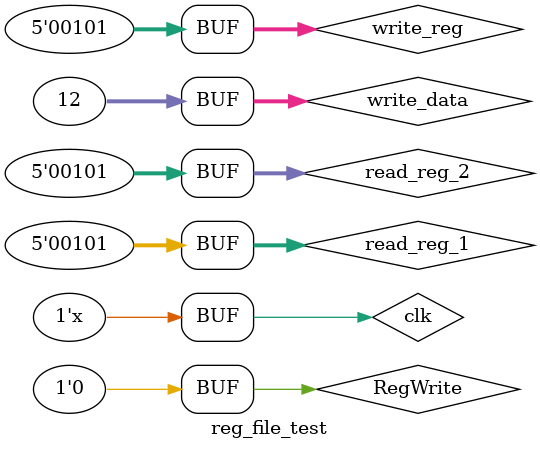
<source format=v>
`timescale 1ns / 1ps


module reg_file_test;

	// Inputs
	reg clk;
	reg RegWrite;
	reg [4:0] read_reg_1;
	reg [4:0] read_reg_2;
	reg [4:0] write_reg;
	reg [31:0] write_data;
	
	initial clk = 0;
	always #25 clk = ~clk;
	// Outputs
	wire [31:0] read_data_1;
	wire [31:0] read_data_2;

	// Instantiate the Unit Under Test (UUT)
	reg_file uut (
		.clk(clk), 
		.RegWrite(RegWrite), 
		.read_reg_1(read_reg_1), 
		.read_reg_2(read_reg_2), 
		.write_reg(write_reg), 
		.write_data(write_data), 
		.read_data_1(read_data_1), 
		.read_data_2(read_data_2)
	);

	initial begin
		// Initialize Inputs
		RegWrite = 0;
		read_reg_1 = 3;
		read_reg_2 = 7;
		write_reg = 0;
		write_data = 0;

		// Wait 100 ns for global reset to finish
		#100;
      RegWrite = 1;
		read_reg_1 = 3;
		read_reg_2 = 7;
		write_reg = 0;
		write_data = 7;
		// Add stimulus here
		#100;
      RegWrite = 1;
		read_reg_1 = 3;
		read_reg_2 = 7;
		write_reg = 5;
		write_data = 12;
		
		#100;
      RegWrite = 0;
		read_reg_1 = 5;
		read_reg_2 = 5;
		write_reg = 5;
		write_data = 12;

	end
      
endmodule


</source>
